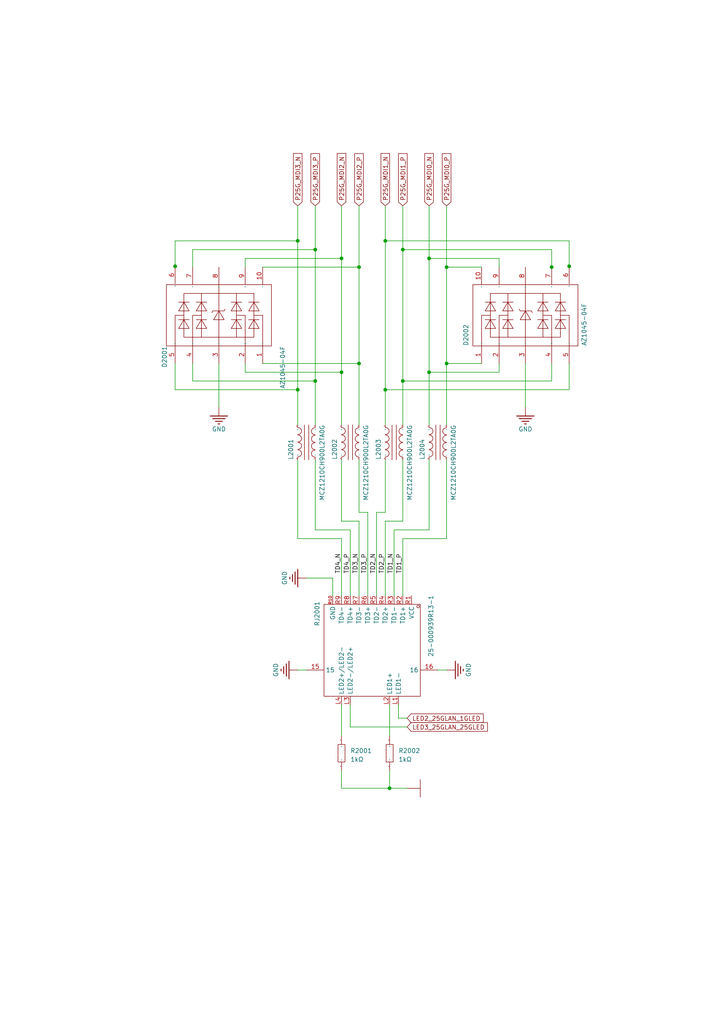
<source format=kicad_sch>
(kicad_sch (version 20250114) (generator "eeschema") (generator_version "9.0")
  (paper "A4" portrait)
  (lib_symbols
    (symbol "mainboard:0603WAF1001T5E"
      (property "Reference" "R" (at 0 0 0))
      (symbol "0603WAF1001T5E_1_0"
        (rectangle (start -2.54 -1.016) (end 2.54 1.016))
        (pin input line (at -5.08 0 0) (length 2.54) (name "1") (number "1"))
        (pin input line (at 5.08 0 180) (length 2.54) (name "2") (number "2"))
      )
    )
    (symbol "mainboard:25-000939R13-1"
      (property "Reference" "RJ" (at 0 0 0))
      (symbol "25-000939R13-1_1_0"
        (rectangle (start -20.32 -8.89) (end 6.35 19.05))
        (circle (center -19.685 18.415) (radius 0.381))
        (pin unspecified line (at -22.86 16.51 0) (length 2.54) (name "VCC") (number "R1"))
        (pin unspecified line (at -22.86 13.97 0) (length 2.54) (name "TD1+") (number "R2"))
        (pin unspecified line (at -22.86 11.43 0) (length 2.54) (name "TD1-") (number "R3"))
        (pin unspecified line (at -22.86 8.89 0) (length 2.54) (name "TD2+") (number "R4"))
        (pin unspecified line (at -22.86 6.35 0) (length 2.54) (name "TD2-") (number "R5"))
        (pin unspecified line (at -22.86 3.81 0) (length 2.54) (name "TD3+") (number "R6"))
        (pin unspecified line (at -22.86 1.27 0) (length 2.54) (name "TD3-") (number "R7"))
        (pin unspecified line (at -22.86 -1.27 0) (length 2.54) (name "TD4+") (number "R8"))
        (pin unspecified line (at -22.86 -3.81 0) (length 2.54) (name "TD4-") (number "R9"))
        (pin unspecified line (at -22.86 -6.35 0) (length 2.54) (name "GND") (number "R10"))
        (pin unspecified line (at -1.27 24.13 270) (length 5.08) (name "16") (number "16"))
        (pin unspecified line (at -1.27 -13.97 90) (length 5.08) (name "15") (number "15"))
        (pin unspecified line (at 8.89 12.7 180) (length 2.54) (name "LED1-") (number "L1"))
        (pin unspecified line (at 8.89 10.16 180) (length 2.54) (name "LED1+") (number "L2"))
        (pin unspecified line (at 8.89 -1.27 180) (length 2.54) (name "LED2-/LED2+") (number "L3"))
        (pin unspecified line (at 8.89 -3.81 180) (length 2.54) (name "LED2+/LED2-") (number "L4"))
      )
    )
    (symbol "mainboard:AZ1045-04F"
      (property "Reference" "D" (at 0 0 0))
      (symbol "AZ1045-04F_1_0"
        (rectangle (start -15.24 -10.16) (end 15.24 7.62))
        (polyline (pts (xy -12.7 -5.08) (xy -12.7 -10.16)))
        (polyline (pts (xy -11.684 2.54) (xy -8.636 2.54)))
        (polyline (pts (xy -11.684 -2.54) (xy -8.636 -2.54)))
        (polyline (pts (xy -10.16 2.54) (xy -10.16 5.08) (xy -10.16 5.08) (xy 10.16 5.08) (xy 10.16 5.08) (xy 10.16 2.54) (xy 10.16 2.54) (xy 10.16 -7.62) (xy 10.16 -7.62) (xy -10.16 -7.62) (xy -10.16 -7.62) (xy -10.16 2.54)))
        (polyline (pts (xy -10.16 -1.27) (xy -12.7 -1.27) (xy -12.7 -1.27) (xy -12.7 -5.08)))
        (polyline (pts (xy -8.636 0) (xy -10.16 2.54) (xy -10.16 2.54) (xy -11.684 0) (xy -11.684 0) (xy -8.636 0)))
        (polyline (pts (xy -8.636 -5.08) (xy -10.16 -2.54) (xy -10.16 -2.54) (xy -11.684 -5.08) (xy -11.684 -5.08) (xy -8.636 -5.08)))
        (polyline (pts (xy -7.62 -5.08) (xy -7.62 -10.16)))
        (polyline (pts (xy -6.604 2.54) (xy -3.556 2.54)))
        (polyline (pts (xy -6.604 -2.54) (xy -3.556 -2.54)))
        (polyline (pts (xy -5.08 5.08) (xy -5.08 -7.62)))
        (polyline (pts (xy -5.08 -1.27) (xy -7.62 -1.27) (xy -7.62 -1.27) (xy -7.62 -5.08)))
        (polyline (pts (xy -3.556 0) (xy -5.08 2.54) (xy -5.08 2.54) (xy -6.604 0) (xy -6.604 0) (xy -3.556 0)))
        (polyline (pts (xy -3.556 -5.08) (xy -5.08 -2.54) (xy -5.08 -2.54) (xy -6.604 -5.08) (xy -6.604 -5.08) (xy -3.556 -5.08)))
        (polyline (pts (xy 0 5.08) (xy 0 7.62)))
        (polyline (pts (xy 0 5.08) (xy 0 -7.62)))
        (polyline (pts (xy 0 -7.62) (xy 0 -10.16)))
        (polyline (pts (xy 1.524 -2.54) (xy 0 0) (xy 0 0) (xy -1.524 -2.54) (xy -1.524 -2.54) (xy 1.524 -2.54)))
        (polyline (pts (xy 2.032 -0.508) (xy 1.778 0) (xy 1.778 0) (xy -1.524 0) (xy -1.524 0) (xy -1.778 0.508)))
        (polyline (pts (xy 3.556 2.54) (xy 6.604 2.54)))
        (polyline (pts (xy 3.556 -2.54) (xy 6.604 -2.54)))
        (polyline (pts (xy 5.08 5.08) (xy 5.08 -7.62)))
        (polyline (pts (xy 5.08 -1.27) (xy 7.62 -1.27) (xy 7.62 -1.27) (xy 7.62 -5.08)))
        (polyline (pts (xy 6.604 0) (xy 5.08 2.54) (xy 5.08 2.54) (xy 3.556 0) (xy 3.556 0) (xy 6.604 0)))
        (polyline (pts (xy 6.604 -5.08) (xy 5.08 -2.54) (xy 5.08 -2.54) (xy 3.556 -5.08) (xy 3.556 -5.08) (xy 6.604 -5.08)))
        (polyline (pts (xy 7.62 -5.08) (xy 7.62 -10.16)))
        (polyline (pts (xy 8.636 2.54) (xy 11.684 2.54)))
        (polyline (pts (xy 8.636 -2.54) (xy 11.684 -2.54)))
        (polyline (pts (xy 10.16 -1.27) (xy 12.7 -1.27) (xy 12.7 -1.27) (xy 12.7 -5.08)))
        (polyline (pts (xy 11.684 0) (xy 10.16 2.54) (xy 10.16 2.54) (xy 8.636 0) (xy 8.636 0) (xy 11.684 0)))
        (polyline (pts (xy 11.684 -5.08) (xy 10.16 -2.54) (xy 10.16 -2.54) (xy 8.636 -5.08) (xy 8.636 -5.08) (xy 11.684 -5.08)))
        (polyline (pts (xy 12.7 -5.08) (xy 12.7 -10.16)))
        (pin unspecified line (at -12.7 12.7 270) (length 5.08) (name "NC") (number "10"))
        (pin unspecified line (at -12.7 -15.24 90) (length 5.08) (name "I/O_1") (number "1"))
        (pin unspecified line (at -7.62 12.7 270) (length 5.08) (name "NC") (number "9"))
        (pin unspecified line (at -7.62 -15.24 90) (length 5.08) (name "I/O_2") (number "2"))
        (pin unspecified line (at 0 12.7 270) (length 5.08) (name "GND") (number "8"))
        (pin unspecified line (at 0 -15.24 90) (length 5.08) (name "GND") (number "3"))
        (pin unspecified line (at 7.62 12.7 270) (length 5.08) (name "NC") (number "7"))
        (pin unspecified line (at 7.62 -15.24 90) (length 5.08) (name "I/O_3") (number "4"))
        (pin unspecified line (at 12.7 12.954 270) (length 5.08) (name "NC") (number "6"))
        (pin unspecified line (at 12.7 -15.24 90) (length 5.08) (name "I/O_4") (number "5"))
      )
    )
    (symbol "mainboard:Ground-GND" (power) (pin_numbers (hide yes)) (pin_names (hide yes))
      (property "Value" "GND" (at 0 -6.35 0))
      (symbol "Ground-GND_1_0"
        (polyline (pts (xy -2.54 -2.54) (xy 2.54 -2.54)) (stroke (width 0.254)))
        (polyline (pts (xy -1.778 -3.302) (xy 1.778 -3.302)) (stroke (width 0.254)))
        (polyline (pts (xy -1.016 -4.064) (xy 1.016 -4.064)) (stroke (width 0.254)))
        (polyline (pts (xy -0.254 -4.826) (xy 0.254 -4.826)) (stroke (width 0.254)))
        (pin power_in line (at 0 0 270) (length 2.54) (name "") (number "1"))
      )
    )
    (symbol "mainboard:MCZ1210CH900L2TA0G"
      (property "Reference" "U" (at 0 0 0))
      (symbol "MCZ1210CH900L2TA0G_1_0"
        (polyline (pts (xy -4.2672 -2.5146) (xy -4.2164 -2.1082) (xy -4.2164 -2.1082) (xy -4.0132 -1.7526) (xy -4.0132 -1.7526) (xy -3.6576 -1.4986) (xy -3.6576 -1.4986) (xy -3.2512 -1.4224) (xy -3.2512 -1.4224) (xy -2.8702 -1.4986) (xy -2.8702 -1.4986) (xy -2.5146 -1.7526) (xy -2.5146 -1.7526) (xy -2.3114 -2.1082) (xy -2.3114 -2.1082) (xy -2.2606 -2.5146)))
        (polyline (pts (xy -2.2098 2.5146) (xy -2.2352 2.1082) (xy -2.2352 2.1082) (xy -2.4638 1.7526) (xy -2.4638 1.7526) (xy -2.8194 1.4986) (xy -2.8194 1.4986) (xy -3.2004 1.4224) (xy -3.2004 1.4224) (xy -3.6068 1.4986) (xy -3.6068 1.4986) (xy -3.9624 1.7526) (xy -3.9624 1.7526) (xy -4.1656 2.1082) (xy -4.1656 2.1082) (xy -4.2164 2.5146)))
        (polyline (pts (xy -2.1082 -2.5146) (xy -2.0828 -2.1082) (xy -2.0828 -2.1082) (xy -1.8542 -1.7526) (xy -1.8542 -1.7526) (xy -1.4986 -1.4986) (xy -1.4986 -1.4986) (xy -1.1176 -1.4224) (xy -1.1176 -1.4224) (xy -0.7112 -1.4986) (xy -0.7112 -1.4986) (xy -0.3556 -1.7526) (xy -0.3556 -1.7526) (xy -0.1524 -2.1082) (xy -0.1524 -2.1082) (xy -0.1016 -2.5146)))
        (polyline (pts (xy 0 2.5146) (xy -0.0508 2.1082) (xy -0.0508 2.1082) (xy -0.2794 1.7526) (xy -0.2794 1.7526) (xy -0.6096 1.4986) (xy -0.6096 1.4986) (xy -1.016 1.4224) (xy -1.016 1.4224) (xy -1.4224 1.4986) (xy -1.4224 1.4986) (xy -1.7526 1.7526) (xy -1.7526 1.7526) (xy -1.9812 2.1082) (xy -1.9812 2.1082) (xy -2.032 2.5146)))
        (polyline (pts (xy 0 -2.5146) (xy 0.0508 -2.1082) (xy 0.0508 -2.1082) (xy 0.2794 -1.7526) (xy 0.2794 -1.7526) (xy 0.6096 -1.4986) (xy 0.6096 -1.4986) (xy 1.016 -1.4224) (xy 1.016 -1.4224) (xy 1.4224 -1.4986) (xy 1.4224 -1.4986) (xy 1.7526 -1.7526) (xy 1.7526 -1.7526) (xy 1.9812 -2.1082) (xy 1.9812 -2.1082) (xy 2.032 -2.5146)))
        (polyline (pts (xy 2.1082 2.5146) (xy 2.0828 2.1082) (xy 2.0828 2.1082) (xy 1.8542 1.7526) (xy 1.8542 1.7526) (xy 1.4986 1.4986) (xy 1.4986 1.4986) (xy 1.1176 1.4224) (xy 1.1176 1.4224) (xy 0.7112 1.4986) (xy 0.7112 1.4986) (xy 0.3556 1.7526) (xy 0.3556 1.7526) (xy 0.1524 2.1082) (xy 0.1524 2.1082) (xy 0.1016 2.5146)))
        (polyline (pts (xy 2.2098 -2.5146) (xy 2.2352 -2.1082) (xy 2.2352 -2.1082) (xy 2.4638 -1.7526) (xy 2.4638 -1.7526) (xy 2.8194 -1.4986) (xy 2.8194 -1.4986) (xy 3.2004 -1.4224) (xy 3.2004 -1.4224) (xy 3.6068 -1.4986) (xy 3.6068 -1.4986) (xy 3.9624 -1.7526) (xy 3.9624 -1.7526) (xy 4.1656 -2.1082) (xy 4.1656 -2.1082) (xy 4.2164 -2.5146)))
        (polyline (pts (xy 4.2672 2.5146) (xy 4.2164 2.1082) (xy 4.2164 2.1082) (xy 4.0132 1.7526) (xy 4.0132 1.7526) (xy 3.6576 1.4986) (xy 3.6576 1.4986) (xy 3.2512 1.4224) (xy 3.2512 1.4224) (xy 2.8702 1.4986) (xy 2.8702 1.4986) (xy 2.5146 1.7526) (xy 2.5146 1.7526) (xy 2.3114 2.1082) (xy 2.3114 2.1082) (xy 2.2606 2.5146)))
        (polyline (pts (xy 5.0546 0.6604) (xy -5.0546 0.6604)))
        (polyline (pts (xy 5.08 -0.5842) (xy -5.0292 -0.5842)))
        (pin unspecified line (at -5.08 2.54 0) (length 0.762) (name "1") (number "1"))
        (pin unspecified line (at -5.08 -2.54 0) (length 0.762) (name "2") (number "2"))
        (pin unspecified line (at 5.08 2.54 180) (length 0.762) (name "4") (number "4"))
        (pin unspecified line (at 5.08 -2.54 180) (length 0.762) (name "3") (number "3"))
      )
    )
    (symbol "mainboard:Power-5V" (power) (pin_numbers (hide yes)) (pin_names (hide yes))
      (symbol "Power-5V_1_0"
        (polyline (pts (xy -2.54 3.81) (xy 2.54 3.81)))
        (polyline (pts (xy 0 3.81) (xy 0 1.27)))
        (pin power_in line (at 0 0 90) (length 1.27) (name "+3.3V") (number "1"))
      )
    )
  )
  (junction (at 99.06 74.93))
  (junction (at 86.36 69.85))
  (junction (at 160.02 77.47))
  (junction (at 129.54 77.47))
  (junction (at 91.44 110.49))
  (junction (at 129.54 105.41))
  (junction (at 86.36 113.03))
  (junction (at 116.84 72.39))
  (junction (at 91.44 72.39))
  (junction (at 104.14 105.41))
  (junction (at 111.76 69.85))
  (junction (at 104.14 77.47))
  (junction (at 124.46 74.93))
  (junction (at 124.46 107.95))
  (junction (at 99.06 107.95))
  (junction (at 111.76 113.03))
  (junction (at 113.0046 228.6))
  (junction (at 116.84 110.49))
  (junction (at 165.1 77.216))
  (junction (at 50.8 77.216))
  (wire (pts (xy 50.8 69.85) (xy 86.36 69.85)))
  (wire (pts (xy 118.11 210.82) (xy 101.6 210.82)))
  (wire (pts (xy 71.12 105.41) (xy 71.12 107.95)))
  (wire (pts (xy 165.1 113.03) (xy 111.76 113.03)))
  (wire (pts (xy 71.12 77.47) (xy 71.12 74.93)))
  (wire (pts (xy 91.44 153.67) (xy 101.6 153.67)))
  (wire (pts (xy 99.06 172.72) (xy 99.06 156.21)))
  (wire (pts (xy 99.06 107.95) (xy 99.06 74.93)))
  (wire (pts (xy 104.14 151.13) (xy 99.06 151.13)))
  (wire (pts (xy 99.06 74.93) (xy 99.06 59.69)))
  (wire (pts (xy 106.68 172.72) (xy 106.68 148.59)))
  (wire (pts (xy 113.0046 228.6) (xy 113.03 223.52)))
  (wire (pts (xy 165.1 69.85) (xy 111.76 69.85)))
  (wire (pts (xy 111.76 69.85) (xy 111.76 59.69)))
  (wire (pts (xy 106.68 148.59) (xy 104.14 148.59)))
  (wire (pts (xy 101.6 172.72) (xy 101.6 153.67)))
  (wire (pts (xy 63.5 105.41) (xy 63.5 118.11)))
  (wire (pts (xy 86.36 69.85) (xy 86.36 59.69)))
  (wire (pts (xy 129.54 194.31) (xy 127 194.31)))
  (wire (pts (xy 116.84 72.39) (xy 116.84 110.49)))
  (wire (pts (xy 88.9 167.64) (xy 96.52 167.64)))
  (wire (pts (xy 129.54 105.41) (xy 139.7 105.41)))
  (wire (pts (xy 86.36 113.03) (xy 86.36 69.85)))
  (wire (pts (xy 91.44 153.67) (xy 91.44 133.35)))
  (wire (pts (xy 129.54 77.47) (xy 129.54 59.69)))
  (wire (pts (xy 50.8 77.2414) (xy 50.8 77.216)))
  (wire (pts (xy 91.44 110.49) (xy 91.44 123.19)))
  (wire (pts (xy 99.06 204.47) (xy 99.06 213.36)))
  (wire (pts (xy 111.76 113.03) (xy 111.76 123.19)))
  (wire (pts (xy 55.88 105.4354) (xy 55.88 110.49)))
  (wire (pts (xy 96.52 167.64) (xy 96.52 172.72)))
  (wire (pts (xy 118.11 208.28) (xy 115.57 208.28)))
  (wire (pts (xy 109.22 148.59) (xy 111.76 148.59)))
  (wire (pts (xy 160.02 110.49) (xy 116.84 110.49)))
  (wire (pts (xy 104.14 172.72) (xy 104.14 151.13)))
  (wire (pts (xy 109.22 172.72) (xy 109.22 148.59)))
  (wire (pts (xy 111.76 148.59) (xy 111.76 133.35)))
  (wire (pts (xy 104.14 77.47) (xy 104.14 59.69)))
  (wire (pts (xy 160.02 105.4354) (xy 160.02 110.49)))
  (wire (pts (xy 144.78 105.41) (xy 144.78 107.95)))
  (wire (pts (xy 116.84 72.39) (xy 116.84 59.69)))
  (wire (pts (xy 144.78 107.95) (xy 124.46 107.95)))
  (wire (pts (xy 50.8 105.4354) (xy 50.8 113.03)))
  (wire (pts (xy 116.84 172.72) (xy 116.84 156.21)))
  (wire (pts (xy 50.8 77.216) (xy 50.8 69.85)))
  (wire (pts (xy 124.46 74.93) (xy 124.46 59.69)))
  (wire (pts (xy 165.1 77.216) (xy 165.1 69.85)))
  (wire (pts (xy 124.46 107.95) (xy 124.46 74.93)))
  (wire (pts (xy 160.02 77.47) (xy 160.02 72.39)))
  (wire (pts (xy 50.8 113.03) (xy 86.36 113.03)))
  (wire (pts (xy 91.44 110.49) (xy 91.44 72.39)))
  (wire (pts (xy 165.1 105.4354) (xy 165.1 113.03)))
  (wire (pts (xy 99.06 156.21) (xy 86.36 156.21)))
  (wire (pts (xy 129.54 77.47) (xy 139.7 77.47)))
  (wire (pts (xy 111.76 172.72) (xy 111.76 151.13)))
  (wire (pts (xy 116.84 156.21) (xy 129.54 156.21)))
  (wire (pts (xy 165.1 77.2414) (xy 165.1 77.216)))
  (wire (pts (xy 86.36 156.21) (xy 86.36 133.35)))
  (wire (pts (xy 160.02 72.39) (xy 116.84 72.39)))
  (wire (pts (xy 152.4 105.41) (xy 152.4 118.11)))
  (wire (pts (xy 55.88 72.39) (xy 91.44 72.39)))
  (wire (pts (xy 91.44 72.39) (xy 91.44 59.69)))
  (wire (pts (xy 99.0346 228.6) (xy 113.0046 228.6)))
  (wire (pts (xy 104.14 148.59) (xy 104.14 133.35)))
  (wire (pts (xy 113.03 213.36) (xy 113.03 204.47)))
  (wire (pts (xy 104.14 105.41) (xy 104.14 123.19)))
  (wire (pts (xy 116.84 151.13) (xy 116.84 133.35)))
  (wire (pts (xy 86.36 113.03) (xy 86.36 123.19)))
  (wire (pts (xy 129.54 156.21) (xy 129.54 133.35)))
  (wire (pts (xy 104.14 77.47) (xy 76.2 77.47)))
  (wire (pts (xy 86.36 194.31) (xy 88.9 194.31)))
  (wire (pts (xy 99.06 151.13) (xy 99.06 133.35)))
  (wire (pts (xy 99.06 107.95) (xy 99.06 123.19)))
  (wire (pts (xy 114.3 172.72) (xy 114.3 153.67)))
  (wire (pts (xy 71.12 74.93) (xy 99.06 74.93)))
  (wire (pts (xy 104.14 105.41) (xy 76.2 105.41)))
  (wire (pts (xy 115.57 208.28) (xy 115.57 204.47)))
  (wire (pts (xy 144.78 74.93) (xy 124.46 74.93)))
  (wire (pts (xy 101.6 210.82) (xy 101.6 204.47)))
  (wire (pts (xy 113.0046 228.6) (xy 118.0846 228.6)))
  (wire (pts (xy 116.84 110.49) (xy 116.84 123.19)))
  (wire (pts (xy 124.46 107.95) (xy 124.46 123.19)))
  (wire (pts (xy 129.54 77.47) (xy 129.54 105.41)))
  (wire (pts (xy 114.3 153.67) (xy 124.46 153.67)))
  (wire (pts (xy 111.76 69.85) (xy 111.76 113.03)))
  (wire (pts (xy 55.88 77.47) (xy 55.88 72.39)))
  (wire (pts (xy 55.88 110.49) (xy 91.44 110.49)))
  (wire (pts (xy 129.54 105.41) (xy 129.54 123.19)))
  (wire (pts (xy 104.14 105.41) (xy 104.14 77.47)))
  (wire (pts (xy 111.76 151.13) (xy 116.84 151.13)))
  (wire (pts (xy 160.02 77.4954) (xy 160.02 77.47)))
  (wire (pts (xy 71.12 107.95) (xy 99.06 107.95)))
  (wire (pts (xy 99.0346 228.6) (xy 99.06 223.52)))
  (wire (pts (xy 144.78 77.47) (xy 144.78 74.93)))
  (wire (pts (xy 124.46 153.67) (xy 124.46 133.35)))
  (label "TD4_P" (at 101.6 166.37 90))
  (label "TD2_P" (at 111.76 166.37 90))
  (label "TD1_N" (at 114.3 166.37 90))
  (label "TD4_N" (at 99.06 166.37 90))
  (label "TD1_P" (at 116.84 166.37 90))
  (label "TD3_N" (at 104.14 166.37 90))
  (label "TD3_P" (at 106.68 166.37 90))
  (label "TD2_N" (at 109.22 166.37 90))
  (global_label "P25G_MDI1_P" (shape input) (at 116.84 59.69 90) (property "Intersheetrefs" "${INTERSHEET_REFS}" (effects (hide yes))))
  (global_label "LED2_25GLAN_1GLED" (shape input) (at 118.11 208.28 0) (property "Intersheetrefs" "${INTERSHEET_REFS}" (effects (hide yes))))
  (global_label "P25G_MDI1_N" (shape input) (at 111.76 59.69 90) (property "Intersheetrefs" "${INTERSHEET_REFS}" (effects (hide yes))))
  (global_label "P25G_MDI0_N" (shape input) (at 124.46 59.69 90) (property "Intersheetrefs" "${INTERSHEET_REFS}" (effects (hide yes))))
  (global_label "P25G_MDI2_N" (shape input) (at 99.06 59.69 90) (property "Intersheetrefs" "${INTERSHEET_REFS}" (effects (hide yes))))
  (global_label "P25G_MDI2_P" (shape input) (at 104.14 59.69 90) (property "Intersheetrefs" "${INTERSHEET_REFS}" (effects (hide yes))))
  (global_label "LED3_25GLAN_25GLED" (shape input) (at 118.11 210.82 0) (property "Intersheetrefs" "${INTERSHEET_REFS}" (effects (hide yes))))
  (global_label "P25G_MDI3_N" (shape input) (at 86.36 59.69 90) (property "Intersheetrefs" "${INTERSHEET_REFS}" (effects (hide yes))))
  (global_label "P25G_MDI3_P" (shape input) (at 91.44 59.69 90) (property "Intersheetrefs" "${INTERSHEET_REFS}" (effects (hide yes))))
  (global_label "P25G_MDI0_P" (shape input) (at 129.54 59.69 90) (property "Intersheetrefs" "${INTERSHEET_REFS}" (effects (hide yes))))
  (symbol (lib_id "mainboard:Power-5V") (at 118.0846 228.6254 270) (unit 1)
    (property "Reference" "#PWR02006" (effects (hide yes)))
    (property "Value" "+3.3V" (effects (hide yes)))
    (property "Footprint" "mainboard:" (effects (hide yes)))
    (property "Description" "Power-5V" (effects (hide yes)))
  )
  (symbol (lib_id "mainboard:25-000939R13-1") (at 102.87 195.58 270) (unit 1)
    (property "Reference" "RJ2001" (at 92.71 181.61 0) (effects (justify right top)))
    (property "Value" "25-000939R13-1" (at 125.73 190.5 0) (effects (justify right top)))
    (property "Footprint" "mainboard:RJ45-SMD_25-000939R13-1" (effects (hide yes)))
    (property "Datasheet" "https://atta.szlcsc.com/upload/public/pdf/source/20190109/C363351_C85D101C895700689739DD45C2236BD5.pdf" (effects (hide yes)))
    (property "Description" "Connector Type:RJ45Receptacle Number of Ports:1 Shielding:- LED:WithLED Ratings:-" (effects (hide yes)))
    (property "Manufacturer Part" "25-000939R13-1" (effects (hide yes)))
    (property "Manufacturer" "UDE(涌德电子)" (effects (hide yes)))
    (property "Supplier Part" "C363351" (effects (hide yes)))
    (property "Supplier" "LCSC" (effects (hide yes)))
    (property "LCSC Part Name" "带LED" (effects (hide yes)))
  )
  (symbol (lib_id "mainboard:AZ1045-04F") (at 152.4 90.17 0) (unit 1)
    (property "Reference" "D2002" (at 135.89 100.33 90) (effects (justify left bottom)))
    (property "Value" "AZ1045-04F" (at 170.18 100.33 90) (effects (justify left bottom)))
    (property "Footprint" "mainboard:DFN2510-10_L2.5-W1.0-P0.50-BL" (effects (hide yes)))
    (property "Datasheet" "https://atta.szlcsc.com/upload/public/pdf/source/20220406/8EAFF16680D4CFE618D2B8CBCD10F1DA.pdf" (effects (hide yes)))
    (property "Description" "polarity:Unidirectional Reverse Stand-Off Voltage (Vrwm):5V Maximum Clamping Voltage:16V Peak Pulse Current (Ipp):4A Peak Pulse Power Dissipation (Ppp):80W Breakdown Voltage:8V Reverse Leakage Current (Ir):100nA Number of Lines:Four channels Operating Tem" (effects (hide yes)))
    (property "Manufacturer Part" "AZ1045-04F" (effects (hide yes)))
    (property "Manufacturer" "TECH PUBLIC(台舟)" (effects (hide yes)))
    (property "Supplier Part" "C2987152" (effects (hide yes)))
    (property "Supplier" "LCSC" (effects (hide yes)))
    (property "LCSC Part Name" "AZ1045-04F" (effects (hide yes)))
  )
  (symbol (lib_id "mainboard:MCZ1210CH900L2TA0G") (at 88.9 128.27 270) (unit 1)
    (property "Reference" "L2001" (at 85.09 133.35 0) (effects (justify right top)))
    (property "Value" "MCZ1210CH900L2TA0G" (at 92.71 123.19 0) (effects (justify left bottom)))
    (property "Footprint" "mainboard:FILTER-SMD_4P-L1.3-W1.0-P0.55-BL" (effects (hide yes)))
    (property "Datasheet" "https://atta.szlcsc.com/upload/public/pdf/source/20240628/AD7C1E2B4998B31509AEA6EF421EFC98.pdf" (effects (hide yes)))
    (property "Manufacturer Part" "MCZ1210CH900L2TA0G" (effects (hide yes)))
    (property "Manufacturer" "TDK" (effects (hide yes)))
    (property "Supplier Part" "C307688" (effects (hide yes)))
    (property "Supplier" "LCSC" (effects (hide yes)))
    (property "LCSC Part Name" "MCZ1210CH900L2TA0G 停产" (effects (hide yes)))
  )
  (symbol (lib_id "mainboard:Ground-GND") (at 152.4 118.11 0) (unit 1)
    (property "Reference" "#PWR02002" (effects (hide yes)))
    (property "Value" "GND" (at 152.4 124.46 0))
    (property "Footprint" "mainboard:" (effects (hide yes)))
  )
  (symbol (lib_id "mainboard:AZ1045-04F") (at 63.5 90.17 0) (mirror y) (unit 1)
    (property "Reference" "D2001" (at 46.99 100.33 90) (effects (justify right bottom)))
    (property "Value" "AZ1045-04F" (at 81.28 100.33 90) (effects (justify right bottom)))
    (property "Footprint" "mainboard:DFN2510-10_L2.5-W1.0-P0.50-BL" (effects (hide yes)))
    (property "Datasheet" "https://atta.szlcsc.com/upload/public/pdf/source/20220406/8EAFF16680D4CFE618D2B8CBCD10F1DA.pdf" (effects (hide yes)))
    (property "Description" "polarity:Unidirectional Reverse Stand-Off Voltage (Vrwm):5V Maximum Clamping Voltage:16V Peak Pulse Current (Ipp):4A Peak Pulse Power Dissipation (Ppp):80W Breakdown Voltage:8V Reverse Leakage Current (Ir):100nA Number of Lines:Four channels Operating Tem" (effects (hide yes)))
    (property "Manufacturer Part" "AZ1045-04F" (effects (hide yes)))
    (property "Manufacturer" "TECH PUBLIC(台舟)" (effects (hide yes)))
    (property "Supplier Part" "C2987152" (effects (hide yes)))
    (property "Supplier" "LCSC" (effects (hide yes)))
    (property "LCSC Part Name" "AZ1045-04F" (effects (hide yes)))
  )
  (symbol (lib_id "mainboard:Ground-GND") (at 63.5 118.11 0) (unit 1)
    (property "Reference" "#PWR02001" (effects (hide yes)))
    (property "Value" "GND" (at 63.5 124.46 0))
    (property "Footprint" "mainboard:" (effects (hide yes)))
  )
  (symbol (lib_id "mainboard:0603WAF1001T5E") (at 113.03 218.44 90) (unit 1)
    (property "Reference" "R2002" (at 115.57 218.44 90) (effects (justify right top)))
    (property "Value" "1kΩ" (at 115.57 220.98 90) (effects (justify right top)))
    (property "Footprint" "mainboard:R0603" (effects (hide yes)))
    (property "Datasheet" "https://atta.szlcsc.com/upload/public/pdf/source/20200306/C422600_1E6D84923E4A46A82E41ADD87F860B5C.pdf" (effects (hide yes)))
    (property "Description" "Type:Thick Film Resistors Resistance:1kΩ Tolerance:±1% Tolerance:±1% Power(Watts): Overload Voltage (Max): Temperature Coefficient:±100ppm/°C Temperature Coefficient:±100ppm/°C Operating Temperature Range:-55°C~+155°C Operating Temperature Range:-55°C~+155°C" (effects (hide yes)))
    (property "Manufacturer Part" "0603WAF1001T5E" (effects (hide yes)))
    (property "Manufacturer" "UNI-ROYAL(厚声)" (effects (hide yes)))
    (property "Supplier Part" "C21190" (effects (hide yes)))
    (property "Supplier" "LCSC" (effects (hide yes)))
    (property "LCSC Part Name" "1kΩ ±1% 100mW 厚膜电阻" (effects (hide yes)))
  )
  (symbol (lib_id "mainboard:MCZ1210CH900L2TA0G") (at 127 128.27 270) (unit 1)
    (property "Reference" "L2004" (at 123.19 133.35 0) (effects (justify right top)))
    (property "Value" "MCZ1210CH900L2TA0G" (at 130.81 123.19 0) (effects (justify left bottom)))
    (property "Footprint" "mainboard:FILTER-SMD_4P-L1.3-W1.0-P0.55-BL" (effects (hide yes)))
    (property "Datasheet" "https://atta.szlcsc.com/upload/public/pdf/source/20240628/AD7C1E2B4998B31509AEA6EF421EFC98.pdf" (effects (hide yes)))
    (property "Manufacturer Part" "MCZ1210CH900L2TA0G" (effects (hide yes)))
    (property "Manufacturer" "TDK" (effects (hide yes)))
    (property "Supplier Part" "C307688" (effects (hide yes)))
    (property "Supplier" "LCSC" (effects (hide yes)))
    (property "LCSC Part Name" "MCZ1210CH900L2TA0G 停产" (effects (hide yes)))
  )
  (symbol (lib_id "mainboard:Ground-GND") (at 86.36 194.31 270) (unit 1)
    (property "Reference" "#PWR02004" (effects (hide yes)))
    (property "Value" "GND" (at 80.01 194.31 0))
    (property "Footprint" "mainboard:" (effects (hide yes)))
  )
  (symbol (lib_id "mainboard:Ground-GND") (at 129.54 194.31 90) (unit 1)
    (property "Reference" "#PWR02005" (effects (hide yes)))
    (property "Value" "GND" (at 135.89 194.31 0))
    (property "Footprint" "mainboard:" (effects (hide yes)))
  )
  (symbol (lib_id "mainboard:Ground-GND") (at 88.9 167.64 270) (unit 1)
    (property "Reference" "#PWR02003" (effects (hide yes)))
    (property "Value" "GND" (at 82.55 167.64 0))
    (property "Footprint" "mainboard:" (effects (hide yes)))
  )
  (symbol (lib_id "mainboard:MCZ1210CH900L2TA0G") (at 114.3 128.27 270) (unit 1)
    (property "Reference" "L2003" (at 110.49 133.35 0) (effects (justify right top)))
    (property "Value" "MCZ1210CH900L2TA0G" (at 118.11 123.19 0) (effects (justify left bottom)))
    (property "Footprint" "mainboard:FILTER-SMD_4P-L1.3-W1.0-P0.55-BL" (effects (hide yes)))
    (property "Datasheet" "https://atta.szlcsc.com/upload/public/pdf/source/20240628/AD7C1E2B4998B31509AEA6EF421EFC98.pdf" (effects (hide yes)))
    (property "Manufacturer Part" "MCZ1210CH900L2TA0G" (effects (hide yes)))
    (property "Manufacturer" "TDK" (effects (hide yes)))
    (property "Supplier Part" "C307688" (effects (hide yes)))
    (property "Supplier" "LCSC" (effects (hide yes)))
    (property "LCSC Part Name" "MCZ1210CH900L2TA0G 停产" (effects (hide yes)))
  )
  (symbol (lib_id "mainboard:0603WAF1001T5E") (at 99.06 218.44 90) (unit 1)
    (property "Reference" "R2001" (at 101.6 218.44 90) (effects (justify right top)))
    (property "Value" "1kΩ" (at 101.6 220.98 90) (effects (justify right top)))
    (property "Footprint" "mainboard:R0603" (effects (hide yes)))
    (property "Datasheet" "https://atta.szlcsc.com/upload/public/pdf/source/20200306/C422600_1E6D84923E4A46A82E41ADD87F860B5C.pdf" (effects (hide yes)))
    (property "Description" "Type:Thick Film Resistors Resistance:1kΩ Tolerance:±1% Tolerance:±1% Power(Watts): Overload Voltage (Max): Temperature Coefficient:±100ppm/°C Temperature Coefficient:±100ppm/°C Operating Temperature Range:-55°C~+155°C Operating Temperature Range:-55°C~+155°C" (effects (hide yes)))
    (property "Manufacturer Part" "0603WAF1001T5E" (effects (hide yes)))
    (property "Manufacturer" "UNI-ROYAL(厚声)" (effects (hide yes)))
    (property "Supplier Part" "C21190" (effects (hide yes)))
    (property "Supplier" "LCSC" (effects (hide yes)))
    (property "LCSC Part Name" "1kΩ ±1% 100mW 厚膜电阻" (effects (hide yes)))
  )
  (symbol (lib_id "mainboard:MCZ1210CH900L2TA0G") (at 101.6 128.27 270) (unit 1)
    (property "Reference" "L2002" (at 97.79 133.35 0) (effects (justify right top)))
    (property "Value" "MCZ1210CH900L2TA0G" (at 105.41 123.19 0) (effects (justify left bottom)))
    (property "Footprint" "mainboard:FILTER-SMD_4P-L1.3-W1.0-P0.55-BL" (effects (hide yes)))
    (property "Datasheet" "https://atta.szlcsc.com/upload/public/pdf/source/20240628/AD7C1E2B4998B31509AEA6EF421EFC98.pdf" (effects (hide yes)))
    (property "Manufacturer Part" "MCZ1210CH900L2TA0G" (effects (hide yes)))
    (property "Manufacturer" "TDK" (effects (hide yes)))
    (property "Supplier Part" "C307688" (effects (hide yes)))
    (property "Supplier" "LCSC" (effects (hide yes)))
    (property "LCSC Part Name" "MCZ1210CH900L2TA0G 停产" (effects (hide yes)))
  )
)
</source>
